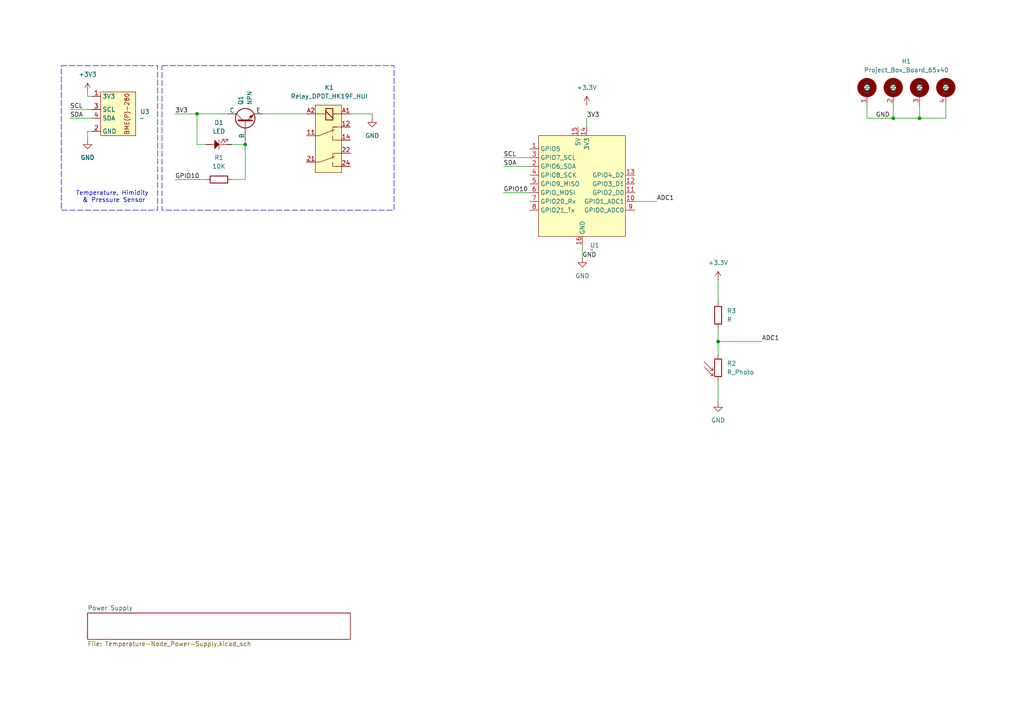
<source format=kicad_sch>
(kicad_sch (version 20231120) (generator "eeschema") (generator_version "8.0")
  (paper "A4")
  (lib_symbols
    (symbol "Alexander_Library_Symbols:BME(P)280"
      (property "Reference" "U" (at 0 0 0))
      (symbol "BME(P)280_0_1"
        (rectangle (start -2.54 -2.54) (end 7.62 -15.24) (fill (type background)))
      )
      (symbol "BME(P)280_1_1"
        (text "BME(P)-280" (at 5.08 -8.89 900) (effects (font (size 1.27 1.27))))
        (pin power_in line (at -5.08 -3.81 0) (length 2.54) (name "3V3") (number "1"))
        (pin power_out line (at -5.08 -13.97 0) (length 2.54) (name "GND") (number "2"))
        (pin input line (at -5.08 -7.62 0) (length 2.54) (name "SCL") (number "3"))
        (pin bidirectional line (at -5.08 -10.16 0) (length 2.54) (name "SDA") (number "4"))
      )
    )
    (symbol "Alexander_Library_Symbols:ESP32-C3-SuperMini"
      (property "Reference" "U" (at 0 0 0))
      (symbol "ESP32-C3-SuperMini_0_1"
        (rectangle (start 0 -2.54) (end 25.146 -31.75) (fill (type background)))
      )
      (symbol "ESP32-C3-SuperMini_1_1"
        (pin bidirectional line (at -2.54 -6.35 0) (length 2.54) (name "GPIO5") (number "1"))
        (pin bidirectional line (at 27.94 -21.59 180) (length 2.54) (name "GPIO1_ADC1") (number "10"))
        (pin bidirectional line (at 27.94 -19.05 180) (length 2.54) (name "GPIO2_D0") (number "11"))
        (pin bidirectional line (at 27.94 -16.51 180) (length 2.54) (name "GPIO3_D1") (number "12"))
        (pin bidirectional line (at 27.94 -13.97 180) (length 2.54) (name "GPIO4_D2") (number "13"))
        (pin power_in line (at 13.97 0 270) (length 2.54) (name "3V3") (number "14"))
        (pin power_in line (at 11.43 0 270) (length 2.54) (name "5V") (number "15"))
        (pin power_out line (at 12.7 -34.29 90) (length 2.54) (name "GND") (number "16"))
        (pin bidirectional line (at -2.54 -11.43 0) (length 2.54) (name "GPIO6_SDA") (number "2"))
        (pin bidirectional line (at -2.54 -8.89 0) (length 2.54) (name "GPIO7_SCL") (number "3"))
        (pin bidirectional line (at -2.54 -13.97 0) (length 2.54) (name "GPIO8_SCK") (number "4"))
        (pin bidirectional line (at -2.54 -16.51 0) (length 2.54) (name "GPIO9_MISO") (number "5"))
        (pin bidirectional line (at -2.54 -19.05 0) (length 2.54) (name "GPIO_MOSI") (number "6"))
        (pin bidirectional line (at -2.54 -21.59 0) (length 2.54) (name "GPIO20_Rx") (number "7"))
        (pin bidirectional line (at -2.54 -24.13 0) (length 2.54) (name "GPIO21_Tx") (number "8"))
        (pin bidirectional line (at 27.94 -24.13 180) (length 2.54) (name "GPIO0_ADC0") (number "9"))
      )
    )
    (symbol "Alexander_Library_Symbols:Project_Box_Board_65x40"
      (property "Reference" "H" (at 0 7.62 0))
      (property "Value" "Project_Box_Board_65x40" (at 0 5.08 0))
      (symbol "Project_Box_Board_65x40_0_1"
        (circle (center -11.43 -1.27) (radius 1.27) (fill (type background)))
        (circle (center -11.43 -1.27) (radius 1.7961) (stroke (width 2)))
        (circle (center -3.81 -1.27) (radius 1.27) (fill (type background)))
        (circle (center -3.81 -1.27) (radius 1.7961) (stroke (width 2)))
        (circle (center 3.81 -1.27) (radius 1.27) (fill (type background)))
        (circle (center 3.81 -1.27) (radius 1.7961) (stroke (width 2)))
        (circle (center 11.43 -1.27) (radius 1.27) (fill (type background)))
        (circle (center 11.43 -1.27) (radius 1.7961) (stroke (width 2)))
      )
      (symbol "Project_Box_Board_65x40_1_1"
        (pin passive line (at -11.43 -6.35 90) (length 2.54) (name "GND") (number "1"))
        (pin passive line (at -3.81 -6.35 90) (length 2.54) (name "GND") (number "2"))
        (pin passive line (at 3.81 -6.35 90) (length 2.54) (name "GND") (number "3"))
        (pin passive line (at 11.43 -6.35 90) (length 2.54) (name "GND") (number "4"))
      )
    )
    (symbol "Alexander_Library_Symbols:Relay_DPDT_HK19F_HUI"
      (property "Reference" "K" (at 0 5.334 0))
      (property "Value" "Relay_DPDT_HK19F_HUI" (at -11.938 2.286 0))
      (symbol "Relay_DPDT_HK19F_HUI_0_1"
        (rectangle (start -3.81 -2.54) (end 3.81 -22.098) (fill (type background)))
        (rectangle (start -0.762 -3.556) (end 1.27 -6.858) (stroke (width 0.254)))
        (polyline (pts (xy -4.064 -5.08) (xy -0.762 -5.08)))
        (polyline (pts (xy -0.762 -4.318) (xy 1.27 -6.35)) (stroke (width 0.254)))
        (polyline (pts (xy 1.27 -19.05) (xy 1.27 -19.558)))
        (polyline (pts (xy 1.27 -12.7) (xy 1.27 -11.938)))
        (polyline (pts (xy 1.27 -11.43) (xy 1.27 -11.938)))
        (polyline (pts (xy 1.778 -5.08) (xy 4.064 -5.08)))
        (polyline (pts (xy 2.032 -16.51) (xy 4.064 -16.51)))
        (polyline (pts (xy 2.286 -20.32) (xy 4.318 -20.32)))
        (polyline (pts (xy 2.54 -12.7) (xy 4.572 -12.7)))
        (polyline (pts (xy 2.54 -5.08) (xy 1.27 -5.08)))
        (polyline (pts (xy 2.794 -12.7) (xy 1.27 -12.7)))
        (polyline (pts (xy -3.81 -19.05) (xy -2.54 -19.05) (xy 1.778 -17.526)))
        (polyline (pts (xy -3.81 -11.43) (xy -2.794 -11.43) (xy 1.778 -9.652)))
        (polyline (pts (xy 2.54 -20.32) (xy 1.27 -20.32) (xy 1.27 -19.558)))
        (polyline (pts (xy 2.54 -16.51) (xy 1.27 -16.51) (xy 1.27 -18.034)))
        (polyline (pts (xy 2.54 -8.89) (xy 1.27 -8.89) (xy 1.27 -10.414)))
        (polyline (pts (xy 3.81 -8.89) (xy 2.286 -8.89) (xy 1.524 -8.89)))
      )
      (symbol "Relay_DPDT_HK19F_HUI_1_1"
        (pin passive line (at -6.35 -11.43 0) (length 2.54) (name "~") (number "11"))
        (pin passive line (at 6.35 -8.89 180) (length 2.54) (name "~") (number "12"))
        (pin passive line (at 6.35 -12.7 180) (length 2.54) (name "~") (number "14"))
        (pin passive line (at -6.35 -19.05 0) (length 2.54) (name "~") (number "21"))
        (pin passive line (at 6.35 -16.51 180) (length 2.54) (name "~") (number "22"))
        (pin passive line (at 6.35 -20.32 180) (length 2.54) (name "~") (number "24"))
        (pin passive line (at 6.35 -5.08 180) (length 2.54) (name "~") (number "A1"))
        (pin passive line (at -6.35 -5.08 0) (length 2.54) (name "~") (number "A2"))
      )
    )
    (symbol "Device:R" (pin_numbers hide) (pin_names (offset 0))
      (property "Reference" "R" (at 2.032 0 90))
      (property "Value" "R" (at 0 0 90))
      (symbol "R_0_1"
        (rectangle (start -1.016 -2.54) (end 1.016 2.54) (stroke (width 0.254)))
      )
      (symbol "R_1_1"
        (pin passive line (at 0 3.81 270) (length 1.27) (name "~") (number "1"))
        (pin passive line (at 0 -3.81 90) (length 1.27) (name "~") (number "2"))
      )
    )
    (symbol "Device:R_Photo" (pin_numbers hide) (pin_names (offset 0))
      (property "Reference" "R" (at 1.27 1.27 0))
      (property "Value" "R_Photo" (at 1.27 0 0))
      (symbol "R_Photo_0_1"
        (rectangle (start -1.016 2.54) (end 1.016 -2.54) (stroke (width 0.254)))
        (polyline (pts (xy -1.524 -2.286) (xy -4.064 0.254)))
        (polyline (pts (xy -1.524 -2.286) (xy -2.286 -2.286)))
        (polyline (pts (xy -1.524 -2.286) (xy -1.524 -1.524)))
        (polyline (pts (xy -1.524 -0.762) (xy -4.064 1.778)))
        (polyline (pts (xy -1.524 -0.762) (xy -2.286 -0.762)))
        (polyline (pts (xy -1.524 -0.762) (xy -1.524 0)))
      )
      (symbol "R_Photo_1_1"
        (pin passive line (at 0 3.81 270) (length 1.27) (name "~") (number "1"))
        (pin passive line (at 0 -3.81 90) (length 1.27) (name "~") (number "2"))
      )
    )
    (symbol "GND_5" (power) (pin_numbers hide) (pin_names (offset 0) hide)
      (property "Value" "GND" (at 0 -3.81 0))
      (symbol "GND_5_0_1"
        (polyline (pts (xy 0 0) (xy 0 -1.27) (xy 1.27 -1.27) (xy 0 -2.54) (xy -1.27 -1.27) (xy 0 -1.27)))
      )
      (symbol "GND_5_1_1"
        (pin power_in line (at 0 0 270) (length 0) (name "~") (number "1"))
      )
    )
    (symbol "PCM_SL_Devices:LED"
      (property "Reference" "D" (at -0.508 5.334 0))
      (property "Value" "LED" (at -0.508 2.794 0))
      (symbol "LED_0_1"
        (polyline (pts (xy -1.27 0) (xy -2.54 0)))
        (polyline (pts (xy 0 1.27) (xy 0 -1.27)))
        (polyline (pts (xy 0.508 0.508) (xy 1.524 1.524)))
        (polyline (pts (xy 1.27 0) (xy 2.54 0)))
        (polyline (pts (xy 1.524 0.508) (xy 2.54 1.524)))
        (polyline (pts (xy 1.524 1.524) (xy 0.889 1.524)))
        (polyline (pts (xy 1.524 1.524) (xy 1.524 0.889)))
        (polyline (pts (xy 2.54 1.524) (xy 1.905 1.524)))
        (polyline (pts (xy 2.54 1.524) (xy 2.54 0.889)))
        (polyline (pts (xy 0 0) (xy -1.27 -1.27) (xy -1.27 1.27) (xy 0 0) (xy 1.27 0)) (fill (type outline)))
      )
      (symbol "LED_1_1"
        (pin passive line (at 3.81 0 180) (length 1.5) (name "~") (number "1"))
        (pin passive line (at -3.81 0 0) (length 1.5) (name "") (number "2"))
      )
    )
    (symbol "Simulation_SPICE:NPN" (pin_numbers hide) (pin_names (offset 0))
      (property "Reference" "Q" (at -2.54 7.62 0))
      (property "Value" "NPN" (at -2.54 5.08 0))
      (symbol "NPN_0_1"
        (polyline (pts (xy -2.54 0) (xy 0.635 0)) (stroke (width 0.1524)))
        (polyline (pts (xy 0.635 0.635) (xy 2.54 2.54)))
        (polyline (pts (xy 2.794 -1.27) (xy 2.794 -1.27)) (stroke (width 0.1524)))
        (polyline (pts (xy 2.794 -1.27) (xy 2.794 -1.27)) (stroke (width 0.1524)))
        (polyline (pts (xy 0.635 -0.635) (xy 2.54 -2.54) (xy 2.54 -2.54)))
        (polyline (pts (xy 0.635 1.905) (xy 0.635 -1.905) (xy 0.635 -1.905)) (stroke (width 0.508)))
        (polyline (pts (xy 1.27 -1.778) (xy 1.778 -1.27) (xy 2.286 -2.286) (xy 1.27 -1.778) (xy 1.27 -1.778)) (fill (type outline)))
        (circle (center 1.27 0) (radius 2.8194) (stroke (width 0.254)))
      )
      (symbol "NPN_1_1"
        (pin open_collector line (at 2.54 5.08 270) (length 2.54) (name "C") (number "1"))
        (pin input line (at -5.08 0 0) (length 2.54) (name "B") (number "2"))
        (pin open_emitter line (at 2.54 -5.08 90) (length 2.54) (name "E") (number "3"))
      )
    )
    (symbol "power:+3.3V" (power) (pin_numbers hide) (pin_names (offset 0) hide)
      (property "Value" "+3.3V" (at 0 3.556 0))
      (symbol "+3.3V_0_1"
        (polyline (pts (xy -0.762 1.27) (xy 0 2.54)))
        (polyline (pts (xy 0 0) (xy 0 2.54)))
        (polyline (pts (xy 0 2.54) (xy 0.762 1.27)))
      )
      (symbol "+3.3V_1_1"
        (pin power_in line (at 0 0 90) (length 0) (name "~") (number "1"))
      )
    )
    (symbol "power:+3V3" (power) (pin_names (offset 0))
      (property "Value" "+3V3" (at 0 3.556 0))
      (symbol "+3V3_0_1"
        (polyline (pts (xy -0.762 1.27) (xy 0 2.54)))
        (polyline (pts (xy 0 0) (xy 0 2.54)))
        (polyline (pts (xy 0 2.54) (xy 0.762 1.27)))
      )
      (symbol "+3V3_1_1"
        (pin power_in line (at 0 0 90) (length 0) hide (name "+3V3") (number "1"))
      )
    )
    (symbol "power:GND" (power) (pin_numbers hide) (pin_names (offset 0) hide)
      (property "Value" "GND" (at 0 -3.81 0))
      (symbol "GND_0_1"
        (polyline (pts (xy 0 0) (xy 0 -1.27) (xy 1.27 -1.27) (xy 0 -2.54) (xy -1.27 -1.27) (xy 0 -1.27)))
      )
      (symbol "GND_1_1"
        (pin power_in line (at 0 0 270) (length 0) (name "~") (number "1"))
      )
    )
  )
  (junction (at 71.12 41.91))
  (junction (at 259.08 34.29))
  (junction (at 266.7 34.29))
  (junction (at 208.28 99.06))
  (junction (at 57.15 33.02))
  (wire (pts (xy 25.4 26.67) (xy 25.4 27.94)))
  (wire (pts (xy 259.08 30.48) (xy 259.08 34.29)))
  (wire (pts (xy 146.05 48.26) (xy 153.67 48.26)))
  (wire (pts (xy 146.05 45.72) (xy 153.67 45.72)))
  (wire (pts (xy 67.31 41.91) (xy 71.12 41.91)))
  (wire (pts (xy 274.32 34.29) (xy 274.32 30.48)))
  (wire (pts (xy 146.05 55.88) (xy 153.67 55.88)))
  (wire (pts (xy 251.46 30.48) (xy 251.46 34.29)))
  (wire (pts (xy 25.4 38.1) (xy 25.4 40.64)))
  (wire (pts (xy 20.32 34.29) (xy 26.67 34.29)))
  (wire (pts (xy 71.12 40.64) (xy 71.12 41.91)))
  (wire (pts (xy 170.18 34.29) (xy 170.18 36.83)))
  (wire (pts (xy 208.28 99.06) (xy 208.28 102.87)))
  (wire (pts (xy 266.7 34.29) (xy 274.32 34.29)))
  (wire (pts (xy 71.12 41.91) (xy 71.12 52.07)))
  (wire (pts (xy 50.8 52.07) (xy 59.69 52.07)))
  (wire (pts (xy 208.28 81.28) (xy 208.28 87.63)))
  (wire (pts (xy 71.12 52.07) (xy 67.31 52.07)))
  (wire (pts (xy 220.98 99.06) (xy 208.28 99.06)))
  (wire (pts (xy 57.15 41.91) (xy 57.15 33.02)))
  (wire (pts (xy 25.4 27.94) (xy 26.67 27.94)))
  (wire (pts (xy 20.32 31.75) (xy 26.67 31.75)))
  (wire (pts (xy 76.2 33.02) (xy 88.9 33.02)))
  (wire (pts (xy 259.08 34.29) (xy 266.7 34.29)))
  (wire (pts (xy 184.15 58.42) (xy 190.5 58.42)))
  (wire (pts (xy 101.6 33.02) (xy 107.95 33.02)))
  (wire (pts (xy 59.69 41.91) (xy 57.15 41.91)))
  (wire (pts (xy 208.28 95.25) (xy 208.28 99.06)))
  (wire (pts (xy 107.95 33.02) (xy 107.95 34.29)))
  (wire (pts (xy 26.67 38.1) (xy 25.4 38.1)))
  (wire (pts (xy 208.28 110.49) (xy 208.28 116.84)))
  (wire (pts (xy 266.7 30.48) (xy 266.7 34.29)))
  (wire (pts (xy 50.8 33.02) (xy 57.15 33.02)))
  (wire (pts (xy 57.15 33.02) (xy 66.04 33.02)))
  (wire (pts (xy 168.91 71.12) (xy 168.91 74.93)))
  (wire (pts (xy 251.46 34.29) (xy 259.08 34.29)))
  (rectangle (start 46.99 19.05) (end 114.3 60.96) (stroke (width 0) (type dash)))
  (rectangle (start 17.78 19.05) (end 45.72 60.96) (stroke (width 0) (type dash)))
  (text "Temperature, Himidity \n& Pressure Sensor" (at 33.02 57.15 0) (effects (font (size 1.27 1.27))))
  (label "SCL" (at 20.32 31.75 0))
  (label "GPIO10" (at 50.8 52.07 0))
  (label "GND" (at 254 34.29 0))
  (label "GPIO10" (at 146.05 55.88 0))
  (label "SCL" (at 146.05 45.72 0))
  (label "SDA" (at 20.32 34.29 0))
  (label "SDA" (at 146.05 48.26 0))
  (label "ADC1" (at 190.5 58.42 0))
  (label "3V3" (at 50.8 33.02 0))
  (label "GND" (at 168.91 74.93 0))
  (label "ADC1" (at 220.98 99.06 0))
  (label "3V3" (at 170.18 34.29 0))
  (symbol (lib_id "Device:R") (at 63.5 52.07 270) (unit 1)
    (property "Reference" "R1" (at 63.5 45.72 90))
    (property "Value" "10K" (at 63.5 48.26 90))
    (property "Description" "Resistor" (effects (hide yes)))
  )
  (symbol (lib_name "GND_5") (lib_id "power:GND") (at 25.4 40.64 0) (unit 1)
    (property "Reference" "#PWR09" (effects (hide yes)))
    (property "Value" "GND" (at 25.4 45.72 0) (effects (font (bold yes))))
    (property "Description" "Power symbol creates a global label with name \"GND\" , ground" (effects (hide yes)))
  )
  (symbol (lib_id "power:GND") (at 107.95 34.29 0) (unit 1)
    (property "Reference" "#PWR02" (effects (hide yes)))
    (property "Value" "GND" (at 107.95 39.37 0))
    (property "Description" "Power symbol creates a global label with name \"GND\" , ground" (effects (hide yes)))
  )
  (symbol (lib_id "Simulation_SPICE:NPN") (at 71.12 35.56 90) (unit 1)
    (property "Reference" "Q1" (at 69.8499 30.48 0) (effects (justify left)))
    (property "Value" "NPN" (at 72.3899 30.48 0) (effects (justify left)))
    (property "Footprint" "Package_TO_SOT_THT:TO-92" (effects (hide yes)))
    (property "Datasheet" "https://ngspice.sourceforge.io/docs/ngspice-html-manual/manual.xhtml#cha_BJTs" (effects (hide yes)))
    (property "Description" "Bipolar transistor symbol for simulation only, substrate tied to the emitter" (effects (hide yes)))
    (property "Sim.Device" "NPN" (effects (hide yes)))
    (property "Sim.Type" "GUMMELPOON" (effects (hide yes)))
    (property "Sim.Pins" "1=C 2=B 3=E" (effects (hide yes)))
  )
  (symbol (lib_id "Device:R") (at 208.28 91.44 0) (unit 1)
    (property "Reference" "R3" (at 210.82 90.1699 0) (effects (justify left)))
    (property "Value" "R" (at 210.82 92.7099 0) (effects (justify left)))
    (property "Description" "Resistor" (effects (hide yes)))
  )
  (symbol (lib_id "Alexander_Library_Symbols:BME(P)280") (at 31.75 24.13 0) (unit 1)
    (property "Reference" "U3" (at 40.64 32.3849 0) (effects (justify left)))
    (property "Value" "~" (at 40.64 34.29 0) (effects (justify left)))
    (property "Footprint" "Alexander Footprint Library:BME280_BMP280_I2C" (effects (hide yes)))
    (property "Description" "BME(P)-280 I2C Environment Sensor" (effects (hide yes)))
  )
  (symbol (lib_id "power:+3.3V") (at 170.18 30.48 0) (unit 1)
    (property "Reference" "#PWR05" (effects (hide yes)))
    (property "Value" "+3.3V" (at 170.18 25.4 0))
    (property "Description" "Power symbol creates a global label with name \"+3.3V\"" (effects (hide yes)))
  )
  (symbol (lib_id "Alexander_Library_Symbols:Project_Box_Board_65x40") (at 262.89 24.13 0) (unit 1)
    (property "Reference" "H1" (at 262.89 17.78 0))
    (property "Value" "Project_Box_Board_65x40" (at 262.89 20.32 0))
    (property "Footprint" "Alexander Footprint Library:Board_65-40" (effects (hide yes)))
    (property "Description" "3.2mm Diameter Mounting Holes Pads (M3)" (effects (hide yes)))
  )
  (symbol (lib_id "Alexander_Library_Symbols:Relay_DPDT_HK19F_HUI") (at 95.25 27.94 0) (unit 1)
    (property "Reference" "K1" (at 95.504 25.4 0))
    (property "Value" "Relay_DPDT_HK19F_HUI" (at 95.504 27.94 0))
    (property "Footprint" "Alexander Footprint Library:Relay_DPDT_HK19F_HUI" (effects (hide yes)))
    (property "Description" "Monostable Relay DPDT, EN50005" (effects (hide yes)))
  )
  (symbol (lib_id "PCM_SL_Devices:LED") (at 63.5 41.91 0) (unit 1)
    (property "Reference" "D1" (at 63.5 35.56 0))
    (property "Value" "LED" (at 63.5 38.1 0))
    (property "Footprint" "LED_THT:LED_D5.0mm" (effects (hide yes)))
    (property "Description" "Common 5mm diameter LED" (effects (hide yes)))
  )
  (symbol (lib_id "power:+3V3") (at 25.4 26.67 0) (unit 1)
    (property "Reference" "#PWR08" (effects (hide yes)))
    (property "Value" "+3V3" (at 25.4 21.59 0))
  )
  (symbol (lib_id "Alexander_Library_Symbols:ESP32-C3-SuperMini") (at 156.21 36.83 0) (unit 1)
    (property "Reference" "U1" (at 171.1041 71.12 0) (effects (justify left)))
    (property "Value" "~" (at 171.1041 72.39 0) (effects (justify left)))
    (property "Footprint" "Alexander Footprint Library:ESP32-C3_SuperMini" (effects (hide yes)))
  )
  (symbol (lib_id "power:GND") (at 208.28 116.84 0) (unit 1)
    (property "Reference" "#PWR03" (effects (hide yes)))
    (property "Value" "GND" (at 208.28 121.92 0))
    (property "Description" "Power symbol creates a global label with name \"GND\" , ground" (effects (hide yes)))
  )
  (symbol (lib_id "Device:R_Photo") (at 208.28 106.68 0) (unit 1)
    (property "Reference" "R2" (at 210.82 105.4099 0) (effects (justify left)))
    (property "Value" "R_Photo" (at 210.82 107.9499 0) (effects (justify left)))
    (property "Footprint" "Package_TO_SOT_THT:TO-46-2_Pin2Center" (effects (hide yes)))
    (property "Description" "Photoresistor" (effects (hide yes)))
  )
  (symbol (lib_id "power:GND") (at 168.91 74.93 0) (unit 1)
    (property "Reference" "#PWR01" (effects (hide yes)))
    (property "Value" "GND" (at 168.91 80.01 0))
    (property "Description" "Power symbol creates a global label with name \"GND\" , ground" (effects (hide yes)))
  )
  (symbol (lib_id "power:+3.3V") (at 208.28 81.28 0) (unit 1)
    (property "Reference" "#PWR04" (effects (hide yes)))
    (property "Value" "+3.3V" (at 208.28 76.2 0))
    (property "Description" "Power symbol creates a global label with name \"+3.3V\"" (effects (hide yes)))
  )
  (sheet (at 25.4 177.8) (size 76.2 7.62) (stroke (width 0.1524))
    (property "Sheetname" "Power Supply" (at 25.4 177.0884 0) (effects (justify left bottom)))
    (property "Sheetfile" "Temperature-Node_Power-Supply.kicad_sch" (at 25.4 186.0046 0) (effects (justify left top)))
  )
)
</source>
